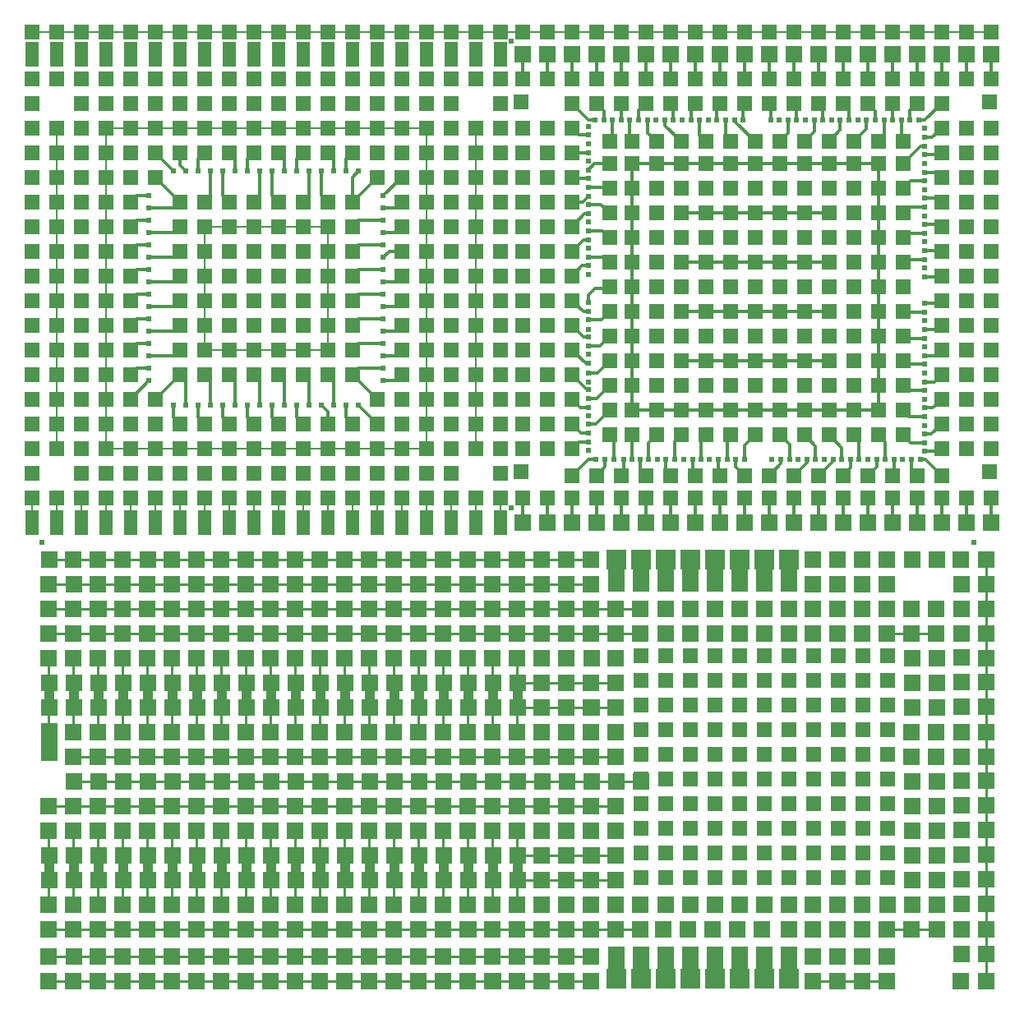
<source format=gbl>
G04 ---------------------------- Layer name :BOTTOM LAYER*
G04 easyEDA 0.1*
G04 Scale: 100 percent, Rotated: No, Reflected: No *
G04 Dimensions in inches *
G04 leading zeros omitted , absolute positions ,2 integer and 4 * 
%FSLAX24Y24*%
%MOIN*%
G90*
G70D02*

%ADD11C,0.039370*%
%ADD12C,0.009842*%
%ADD13C,0.011810*%
%ADD14C,0.006000*%
%ADD15C,0.012000*%
%ADD16C,0.005910*%
%ADD17R,0.070079X0.070079*%
%ADD18R,0.070079X0.157480*%
%ADD19R,0.060000X0.060000*%
%ADD20R,0.070000X0.070000*%
%ADD21R,0.080000X0.080000*%
%ADD22C,0.060000*%
%ADD24R,0.055700X0.100300*%
%ADD25R,0.070079X0.098425*%
%ADD26C,0.024000*%
%ADD28C,0.024400*%

%LPD*%
G54D11*
G01X1000Y43800D02*
G01X1000Y44800D01*
G01X2000Y44800D02*
G01X2000Y43800D01*
G01X3000Y43800D02*
G01X3000Y44800D01*
G01X4000Y44800D02*
G01X4000Y43800D01*
G01X5000Y43800D02*
G01X5000Y44800D01*
G01X6000Y44800D02*
G01X6000Y43800D01*
G01X7000Y43800D02*
G01X7000Y44800D01*
G01X8000Y44800D02*
G01X8000Y43800D01*
G01X9000Y43800D02*
G01X9000Y44800D01*
G01X10000Y44800D02*
G01X10000Y43800D01*
G01X11000Y43800D02*
G01X11000Y44800D01*
G01X12000Y44800D02*
G01X12000Y43800D01*
G01X13000Y43800D02*
G01X13000Y44800D01*
G01X14000Y44800D02*
G01X14000Y43800D01*
G01X15000Y43800D02*
G01X15000Y44800D01*
G01X16000Y44800D02*
G01X16000Y43800D01*
G01X17000Y43800D02*
G01X17000Y44800D01*
G01X18000Y44800D02*
G01X18000Y43800D01*
G01X19000Y43800D02*
G01X19000Y44800D01*
G01X1000Y51800D02*
G01X1000Y50800D01*
G01X2000Y50800D02*
G01X2000Y51800D01*
G01X3000Y51800D02*
G01X3000Y50800D01*
G01X4000Y50800D02*
G01X4000Y51800D01*
G01X6000Y51800D02*
G01X6000Y50800D01*
G01X7000Y50800D02*
G01X7000Y51800D01*
G01X20000Y50800D02*
G01X20000Y51800D01*
G01X5000Y51800D02*
G01X5000Y50800D01*
G01X8000Y51800D02*
G01X8000Y50800D01*
G01X9000Y50800D02*
G01X9000Y51800D01*
G01X10000Y51800D02*
G01X10000Y50800D01*
G01X11000Y50800D02*
G01X11000Y51800D01*
G01X12000Y51800D02*
G01X12000Y50800D01*
G01X13000Y50800D02*
G01X13000Y51800D01*
G01X14000Y51800D02*
G01X14000Y50800D01*
G01X15000Y50800D02*
G01X15000Y51800D01*
G01X16000Y51800D02*
G01X16000Y50800D01*
G01X17000Y50800D02*
G01X17000Y51800D01*
G01X18000Y51800D02*
G01X18000Y50800D01*
G01X19000Y50800D02*
G01X19000Y51800D01*
G01X20000Y43800D02*
G01X20000Y44800D01*
G54D12*
G01X900Y56800D02*
G01X22960Y56800D01*
G01X22975Y56784D01*
G01X900Y39700D02*
G01X22960Y39700D01*
G01X22975Y39684D01*
G01X35000Y39700D02*
G01X31989Y39700D01*
G01X31975Y39684D01*
G01X4975Y49784D02*
G01X4975Y52784D01*
G01X5975Y52784D02*
G01X5975Y49784D01*
G01X6975Y49784D02*
G01X6975Y52784D01*
G01X7975Y52784D02*
G01X7975Y49784D01*
G01X8975Y49784D02*
G01X8975Y52784D01*
G01X9975Y52784D02*
G01X9975Y49784D01*
G01X10975Y49784D02*
G01X10975Y52784D01*
G01X11975Y52784D02*
G01X11975Y49784D01*
G01X12975Y49784D02*
G01X12975Y52784D01*
G01X13975Y52784D02*
G01X13975Y49784D01*
G01X14975Y49784D02*
G01X14975Y52784D01*
G01X15975Y52784D02*
G01X15975Y49784D01*
G01X16975Y49784D02*
G01X16975Y52784D01*
G01X17975Y52784D02*
G01X17975Y49784D01*
G01X18975Y49784D02*
G01X18975Y52784D01*
G01X19975Y52784D02*
G01X19975Y49784D01*
G01X19975Y45784D02*
G01X19975Y42784D01*
G01X18975Y45784D02*
G01X18975Y42784D01*
G01X17975Y42784D02*
G01X17975Y45784D01*
G01X16975Y45784D02*
G01X16975Y42784D01*
G01X15975Y42784D02*
G01X15975Y45784D01*
G01X14975Y45784D02*
G01X14975Y42784D01*
G01X13975Y42784D02*
G01X13975Y45784D01*
G01X12975Y45784D02*
G01X12975Y42784D01*
G01X11975Y42784D02*
G01X11975Y45784D01*
G01X10975Y45784D02*
G01X10975Y42784D01*
G01X9975Y42784D02*
G01X9975Y45784D01*
G01X8975Y45784D02*
G01X8975Y42784D01*
G01X7975Y42784D02*
G01X7975Y45784D01*
G01X6975Y45784D02*
G01X6975Y42784D01*
G01X5975Y42784D02*
G01X5975Y45784D01*
G01X4975Y45784D02*
G01X4975Y42784D01*
G01X3975Y42784D02*
G01X3975Y45784D01*
G01X2975Y45784D02*
G01X2975Y42784D01*
G01X1975Y42784D02*
G01X1975Y45784D01*
G01X975Y45784D02*
G01X975Y42784D01*
G01X2000Y47800D02*
G01X25000Y47800D01*
G01X20000Y43800D02*
G01X23975Y43784D01*
G01X20000Y51800D02*
G01X23975Y51784D01*
G01X3975Y49784D02*
G01X3975Y52784D01*
G01X2975Y52784D02*
G01X2975Y49784D01*
G01X1975Y49784D02*
G01X1975Y52784D01*
G01X975Y52784D02*
G01X975Y49784D01*
G01X39000Y56800D02*
G01X39000Y39700D01*
G01X975Y46784D02*
G01X23975Y46784D01*
G01X1975Y48784D02*
G01X23975Y48784D01*
G01X20000Y50800D02*
G01X23975Y50784D01*
G01X20000Y44800D02*
G01X23975Y44784D01*
G01X975Y41784D02*
G01X24975Y41784D01*
G01X975Y40684D02*
G01X22975Y40684D01*
G01X975Y53784D02*
G01X24975Y53784D01*
G01X975Y54784D02*
G01X24975Y54784D01*
G01X975Y55784D02*
G01X22975Y55784D01*
G01X34975Y53784D02*
G01X36975Y53784D01*
G01X37000Y41800D02*
G01X34989Y41800D01*
G01X34975Y41784D01*
G54D13*
G01X6050Y72550D02*
G01X5300Y73300D01*
G01X6300Y73300D02*
G01X6300Y72800D01*
G01X6550Y72550D01*
G01X7050Y72550D02*
G01X7050Y73050D01*
G01X7300Y73300D01*
G01X7550Y72550D02*
G01X7550Y71550D01*
G01X7300Y71300D01*
G01X8050Y72550D02*
G01X8050Y71550D01*
G01X8300Y71300D01*
G01X8550Y72550D02*
G01X8550Y73050D01*
G01X8300Y73300D01*
G01X9050Y72550D02*
G01X9050Y73050D01*
G01X9300Y73300D01*
G01X9550Y72550D02*
G01X9550Y71550D01*
G01X9300Y71300D01*
G01X10050Y72550D02*
G01X10050Y71550D01*
G01X10300Y71300D01*
G01X10550Y72550D02*
G01X10550Y73050D01*
G01X10300Y73300D01*
G01X11050Y72550D02*
G01X11050Y73050D01*
G01X11300Y73300D01*
G01X11550Y72550D02*
G01X11550Y71550D01*
G01X11300Y71300D01*
G01X12050Y72550D02*
G01X12050Y71550D01*
G01X12300Y71300D01*
G01X12550Y72550D02*
G01X12550Y73050D01*
G01X12300Y73300D01*
G01X13050Y72550D02*
G01X13050Y73050D01*
G01X13300Y73300D01*
G01X14550Y71550D02*
G01X15300Y72300D01*
G01X14550Y71050D02*
G01X15050Y71050D01*
G01X15300Y71300D01*
G01X14550Y70550D02*
G01X13550Y70550D01*
G01X13300Y70300D01*
G01X14550Y70050D02*
G01X15050Y70050D01*
G01X15300Y70300D01*
G01X14550Y69550D02*
G01X13550Y69550D01*
G01X13300Y69300D01*
G01X15300Y69300D02*
G01X14800Y69300D01*
G01X14550Y69050D01*
G01X14550Y68550D02*
G01X13550Y68550D01*
G01X13300Y68300D01*
G01X14550Y68050D02*
G01X15050Y68050D01*
G01X15300Y68300D01*
G01X14550Y67550D02*
G01X13550Y67550D01*
G01X13300Y67300D01*
G01X14550Y67050D02*
G01X15050Y67050D01*
G01X15300Y67300D01*
G01X14550Y66550D02*
G01X13550Y66550D01*
G01X13300Y66300D01*
G01X14550Y66050D02*
G01X15050Y66050D01*
G01X15300Y66300D01*
G01X14550Y65550D02*
G01X13550Y65550D01*
G01X13300Y65300D01*
G01X14550Y65050D02*
G01X15050Y65050D01*
G01X15300Y65300D01*
G01X14550Y64550D02*
G01X13550Y64550D01*
G01X13300Y64300D01*
G01X14550Y64050D02*
G01X15050Y64050D01*
G01X15300Y64300D01*
G01X13550Y63050D02*
G01X14300Y62300D01*
G01X13050Y63050D02*
G01X13050Y62550D01*
G01X13300Y62300D01*
G01X12550Y63050D02*
G01X12550Y64050D01*
G01X12300Y64300D01*
G01X12300Y62300D02*
G01X12300Y62800D01*
G01X12050Y63050D01*
G01X11550Y63050D02*
G01X11550Y64050D01*
G01X11300Y64300D01*
G01X11050Y63050D02*
G01X11050Y62550D01*
G01X11300Y62300D01*
G01X10550Y63050D02*
G01X10550Y64050D01*
G01X10300Y64300D01*
G01X10050Y63050D02*
G01X10050Y62550D01*
G01X10300Y62300D01*
G01X9550Y63050D02*
G01X9550Y64050D01*
G01X9300Y64300D01*
G01X9050Y63050D02*
G01X9050Y62550D01*
G01X9300Y62300D01*
G01X8550Y63050D02*
G01X8550Y64050D01*
G01X8300Y64300D01*
G01X8050Y63050D02*
G01X8050Y62550D01*
G01X8300Y62300D01*
G01X7550Y63050D02*
G01X7550Y64050D01*
G01X7300Y64300D01*
G01X7050Y63050D02*
G01X7050Y62550D01*
G01X7300Y62300D01*
G01X6550Y63050D02*
G01X6550Y64050D01*
G01X6300Y64300D01*
G01X6050Y63050D02*
G01X6050Y62550D01*
G01X6300Y62300D01*
G01X13300Y64300D02*
G01X14300Y63300D01*
G01X13300Y71300D02*
G01X14300Y72300D01*
G01X6300Y64300D02*
G01X5300Y63300D01*
G01X5050Y64050D02*
G01X4300Y63300D01*
G01X5050Y64550D02*
G01X4550Y64550D01*
G01X4300Y64300D01*
G01X5050Y65050D02*
G01X6050Y65050D01*
G01X6300Y65300D01*
G01X5050Y65550D02*
G01X4550Y65550D01*
G01X4300Y65300D01*
G01X5050Y66050D02*
G01X6050Y66050D01*
G01X6300Y66300D01*
G01X5050Y66550D02*
G01X4550Y66550D01*
G01X4300Y66300D01*
G01X5050Y67050D02*
G01X6050Y67050D01*
G01X6300Y67300D01*
G01X5050Y67550D02*
G01X4550Y67550D01*
G01X4300Y67300D01*
G01X5050Y68050D02*
G01X6050Y68050D01*
G01X6300Y68300D01*
G01X5050Y68550D02*
G01X4550Y68550D01*
G01X4300Y68300D01*
G01X5050Y69050D02*
G01X6050Y69050D01*
G01X6300Y69300D01*
G01X5050Y69550D02*
G01X4550Y69550D01*
G01X4300Y69300D01*
G01X5050Y70050D02*
G01X6050Y70050D01*
G01X6300Y70300D01*
G01X5050Y70550D02*
G01X4550Y70550D01*
G01X4300Y70300D01*
G01X5050Y71050D02*
G01X6050Y71050D01*
G01X6300Y71300D01*
G01X5050Y71550D02*
G01X4550Y71550D01*
G01X4300Y71300D01*
G01X6300Y71300D02*
G01X5300Y72300D01*
G54D14*
G01X3300Y61300D02*
G01X3300Y74300D01*
G01X3300Y74300D02*
G01X16300Y74300D01*
G01X16300Y74300D02*
G01X16300Y61300D01*
G01X3300Y61300D02*
G01X16300Y61300D01*
G01X1300Y61300D02*
G01X1300Y74300D01*
G01X18300Y61300D02*
G01X18300Y74300D01*
G54D15*
G01X23146Y74623D02*
G01X22877Y74623D01*
G01X22200Y75300D01*
G01X23498Y74623D02*
G01X23498Y75001D01*
G01X23200Y75300D01*
G01X24206Y74623D02*
G01X24206Y75294D01*
G01X24200Y75300D01*
G01X24913Y74623D02*
G01X24913Y75013D01*
G01X25200Y75300D01*
G01X23852Y74623D02*
G01X23852Y73863D01*
G01X23730Y73740D01*
G01X24560Y74623D02*
G01X24560Y73809D01*
G01X24630Y73740D01*
G01X25267Y74623D02*
G01X25267Y74103D01*
G01X25630Y73740D01*
G01X25973Y74623D02*
G01X25973Y74396D01*
G01X26630Y73740D01*
G01X26327Y74623D02*
G01X26327Y75171D01*
G01X26200Y75300D01*
G01X27035Y74623D02*
G01X27035Y75134D01*
G01X27200Y75300D01*
G01X27388Y74623D02*
G01X27388Y73982D01*
G01X27630Y73740D01*
G01X28094Y74623D02*
G01X28094Y75194D01*
G01X28200Y75300D01*
G01X28448Y74623D02*
G01X28448Y73921D01*
G01X28630Y73740D01*
G01X29156Y74623D02*
G01X29156Y75256D01*
G01X29200Y75300D01*
G01X36277Y74623D02*
G01X36522Y74623D01*
G01X37200Y75300D01*
G01X35922Y74623D02*
G01X35922Y75023D01*
G01X36200Y75300D01*
G01X35568Y74623D02*
G01X35568Y73801D01*
G01X35630Y73740D01*
G01X35215Y74623D02*
G01X35215Y75284D01*
G01X35200Y75300D01*
G01X34861Y74623D02*
G01X34861Y73971D01*
G01X34630Y73740D01*
G01X34509Y74623D02*
G01X34509Y74990D01*
G01X34200Y75300D01*
G01X34155Y74623D02*
G01X34155Y74265D01*
G01X33630Y73740D01*
G01X33447Y74623D02*
G01X33447Y75052D01*
G01X33200Y75300D01*
G01X33094Y74623D02*
G01X33094Y74205D01*
G01X32630Y73740D01*
G01X32386Y74623D02*
G01X32386Y75113D01*
G01X32200Y75300D01*
G01X32034Y74623D02*
G01X32034Y74144D01*
G01X31630Y73740D01*
G01X31327Y74623D02*
G01X31327Y75173D01*
G01X31200Y75300D01*
G01X30972Y74623D02*
G01X30972Y74083D01*
G01X30630Y73740D01*
G01X30265Y74623D02*
G01X30265Y75234D01*
G01X30200Y75300D01*
G01X36526Y73563D02*
G01X36352Y73563D01*
G01X35630Y72840D01*
G01X36526Y73209D02*
G01X37109Y73209D01*
G01X37200Y73300D01*
G01X36526Y73915D02*
G01X36815Y73915D01*
G01X37200Y74300D01*
G01X36526Y72502D02*
G01X36997Y72502D01*
G01X37200Y72300D01*
G01X36526Y72148D02*
G01X35939Y72148D01*
G01X35630Y71840D01*
G01X36527Y71440D02*
G01X37059Y71440D01*
G01X37200Y71300D01*
G01X36526Y71088D02*
G01X35877Y71088D01*
G01X35630Y70840D01*
G01X36526Y70381D02*
G01X37118Y70381D01*
G01X37200Y70300D01*
G01X36526Y70027D02*
G01X35817Y70027D01*
G01X35630Y69840D01*
G01X36526Y69319D02*
G01X37180Y69319D01*
G01X37200Y69300D01*
G01X36526Y68967D02*
G01X35756Y68967D01*
G01X35630Y68840D01*
G01X36527Y68259D02*
G01X37160Y68259D01*
G01X37200Y68300D01*
G01X36526Y67184D02*
G01X37085Y67184D01*
G01X37200Y67300D01*
G01X36527Y66831D02*
G01X35639Y66831D01*
G01X35630Y66840D01*
G01X36526Y66123D02*
G01X37023Y66123D01*
G01X37200Y66300D01*
G01X36526Y65769D02*
G01X35700Y65769D01*
G01X35630Y65840D01*
G01X36526Y65063D02*
G01X36963Y65063D01*
G01X37200Y65300D01*
G01X36526Y64709D02*
G01X35760Y64709D01*
G01X35630Y64840D01*
G01X36526Y64003D02*
G01X36902Y64003D01*
G01X37200Y64300D01*
G01X36519Y63650D02*
G01X35819Y63650D01*
G01X35630Y63840D01*
G01X36526Y62942D02*
G01X36842Y62942D01*
G01X37200Y63300D01*
G01X36526Y62588D02*
G01X35881Y62588D01*
G01X35630Y62840D01*
G01X36526Y61880D02*
G01X36781Y61880D01*
G01X37200Y62300D01*
G01X36526Y61528D02*
G01X35942Y61528D01*
G01X35630Y61840D01*
G01X36526Y61173D02*
G01X37073Y61173D01*
G01X37200Y61300D01*
G01X36332Y60863D02*
G01X36536Y60863D01*
G01X37200Y60200D01*
G01X35980Y60863D02*
G01X35980Y60419D01*
G01X36200Y60200D01*
G01X35272Y60863D02*
G01X35272Y60271D01*
G01X35200Y60200D01*
G01X30676Y60863D02*
G01X30676Y60676D01*
G01X30200Y60200D01*
G01X31030Y60863D02*
G01X31030Y61440D01*
G01X30630Y61840D01*
G01X31736Y60863D02*
G01X31736Y60736D01*
G01X31200Y60200D01*
G01X32089Y60863D02*
G01X32089Y61380D01*
G01X31630Y61840D01*
G01X32797Y60863D02*
G01X32797Y60798D01*
G01X32200Y60200D01*
G01X33151Y60863D02*
G01X33151Y61319D01*
G01X32630Y61840D01*
G01X33505Y60861D02*
G01X33505Y60505D01*
G01X33200Y60200D01*
G01X33857Y60863D02*
G01X33857Y61611D01*
G01X33630Y61840D01*
G01X34564Y60863D02*
G01X34564Y60565D01*
G01X34200Y60200D01*
G01X34918Y60863D02*
G01X34918Y61551D01*
G01X34630Y61840D01*
G01X23181Y60863D02*
G01X22863Y60863D01*
G01X22200Y60200D01*
G01X23556Y60863D02*
G01X23556Y60555D01*
G01X23200Y60200D01*
G01X23902Y60863D02*
G01X23902Y61667D01*
G01X23730Y61840D01*
G01X24305Y60863D02*
G01X24305Y60305D01*
G01X24200Y60200D01*
G01X24631Y60863D02*
G01X24631Y61838D01*
G01X24630Y61840D01*
G01X24984Y60863D02*
G01X24984Y60415D01*
G01X25200Y60200D01*
G01X25309Y60863D02*
G01X25309Y61519D01*
G01X25630Y61840D01*
G01X26015Y60863D02*
G01X26015Y60384D01*
G01X26200Y60200D01*
G01X26384Y60863D02*
G01X26384Y61594D01*
G01X26630Y61840D01*
G01X27111Y60863D02*
G01X27111Y60288D01*
G01X27200Y60200D01*
G01X27444Y60863D02*
G01X27444Y61655D01*
G01X27630Y61840D01*
G01X28138Y60863D02*
G01X28138Y60261D01*
G01X28200Y60200D01*
G01X28505Y60863D02*
G01X28505Y61715D01*
G01X28630Y61840D01*
G01X28852Y60863D02*
G01X28852Y60548D01*
G01X29200Y60200D01*
G01X29227Y60863D02*
G01X29227Y61436D01*
G01X29630Y61840D01*
G01X22876Y74008D02*
G01X22492Y74008D01*
G01X22200Y74300D01*
G01X22876Y73301D02*
G01X22201Y73301D01*
G01X22200Y73300D01*
G01X23730Y72840D02*
G01X23122Y72840D01*
G01X22876Y72594D01*
G01X22876Y71886D02*
G01X23682Y71886D01*
G01X23730Y71840D01*
G01X22877Y72240D02*
G01X22259Y72240D01*
G01X22200Y72300D01*
G01X22200Y71300D02*
G01X22643Y71300D01*
G01X22877Y71533D01*
G01X22876Y71180D02*
G01X23389Y71180D01*
G01X23730Y70840D01*
G01X22877Y70826D02*
G01X22726Y70826D01*
G01X22200Y70300D01*
G01X22876Y70119D02*
G01X23451Y70119D01*
G01X23730Y69840D01*
G01X22876Y69765D02*
G01X22665Y69765D01*
G01X22200Y69300D01*
G01X22877Y69059D02*
G01X23510Y69059D01*
G01X23730Y68840D01*
G01X22876Y68705D02*
G01X22605Y68705D01*
G01X22200Y68300D01*
G01X22876Y61563D02*
G01X22463Y61563D01*
G01X22200Y61300D01*
G01X22876Y61917D02*
G01X22582Y61917D01*
G01X22200Y62300D01*
G01X22877Y62277D02*
G01X23167Y62277D01*
G01X23730Y62840D01*
G01X22876Y62963D02*
G01X22536Y62963D01*
G01X22200Y63300D01*
G01X22876Y63330D02*
G01X23221Y63330D01*
G01X23730Y63840D01*
G01X22877Y63677D02*
G01X22822Y63677D01*
G01X22200Y64300D01*
G01X22877Y64363D02*
G01X23252Y64363D01*
G01X23730Y64840D01*
G01X22876Y64738D02*
G01X22761Y64738D01*
G01X22200Y65300D01*
G01X22876Y65444D02*
G01X23335Y65444D01*
G01X23730Y65840D01*
G01X22876Y65806D02*
G01X22693Y65806D01*
G01X22200Y66300D01*
G01X22876Y66527D02*
G01X23417Y66527D01*
G01X23730Y66840D01*
G01X22876Y66838D02*
G01X22661Y66838D01*
G01X22200Y67300D01*
G01X22876Y67206D02*
G01X22876Y67526D01*
G01X22900Y67550D01*
G01X23150Y67800D01*
G01X23689Y67800D01*
G01X23730Y67840D01*
G01X28802Y74623D02*
G01X28802Y74567D01*
G01X29630Y73740D01*
G01X26630Y70840D02*
G01X32630Y70840D01*
G01X26630Y68840D02*
G01X32630Y68840D01*
G01X26630Y66840D02*
G01X32630Y66840D01*
G01X26630Y64840D02*
G01X32630Y64840D01*
G01X39200Y58300D02*
G01X39200Y59300D01*
G01X38200Y58300D02*
G01X38200Y59300D01*
G01X37200Y59300D02*
G01X37200Y58300D01*
G01X36200Y58300D02*
G01X36200Y59300D01*
G01X35200Y59300D02*
G01X35200Y58300D01*
G01X34200Y58300D02*
G01X34200Y59300D01*
G01X33200Y59300D02*
G01X33200Y58300D01*
G01X32200Y58300D02*
G01X32200Y59300D01*
G01X31200Y59300D02*
G01X31200Y58300D01*
G01X30200Y58300D02*
G01X30200Y59300D01*
G01X29200Y59300D02*
G01X29200Y58300D01*
G01X28200Y58300D02*
G01X28200Y59300D01*
G01X27200Y59300D02*
G01X27200Y58300D01*
G01X26200Y58300D02*
G01X26200Y59300D01*
G01X25200Y59300D02*
G01X25200Y58300D01*
G01X24200Y58300D02*
G01X24200Y59300D01*
G01X23200Y59300D02*
G01X23200Y58300D01*
G01X22200Y58300D02*
G01X22200Y59300D01*
G01X21200Y59300D02*
G01X21200Y58300D01*
G01X20200Y58300D02*
G01X20200Y59300D01*
G01X39200Y76300D02*
G01X39200Y77300D01*
G01X38200Y77300D02*
G01X38200Y76300D01*
G01X37200Y76300D02*
G01X37200Y77300D01*
G01X36200Y77300D02*
G01X36200Y76300D01*
G01X35200Y76300D02*
G01X35200Y77300D01*
G01X34200Y77300D02*
G01X34200Y76300D01*
G01X33200Y76300D02*
G01X33200Y77300D01*
G01X32200Y77300D02*
G01X32200Y76300D01*
G01X31200Y76300D02*
G01X31200Y77300D01*
G01X30200Y77300D02*
G01X30200Y76300D01*
G01X29200Y76300D02*
G01X29200Y77300D01*
G01X28200Y77300D02*
G01X28200Y76300D01*
G01X27200Y76300D02*
G01X27200Y77300D01*
G01X26200Y77300D02*
G01X26200Y76300D01*
G01X25200Y76300D02*
G01X25200Y77300D01*
G01X24200Y77300D02*
G01X24200Y76300D01*
G01X23200Y76300D02*
G01X23200Y77300D01*
G01X22200Y77300D02*
G01X22200Y76300D01*
G01X21200Y76300D02*
G01X21200Y77300D01*
G01X20200Y77300D02*
G01X20200Y76300D01*
G54D16*
G01X300Y78200D02*
G01X19300Y78200D01*
G01X20200Y78200D02*
G01X39200Y78200D01*
G01X19300Y78200D02*
G01X20200Y78200D01*
G01X19300Y58300D02*
G01X19300Y59300D01*
G01X18300Y59300D02*
G01X18300Y58300D01*
G01X17300Y58300D02*
G01X17300Y59300D01*
G01X16300Y59300D02*
G01X16300Y58300D01*
G01X15300Y58300D02*
G01X15300Y59300D01*
G01X14300Y59300D02*
G01X14300Y58300D01*
G01X13300Y58300D02*
G01X13300Y59300D01*
G01X12300Y59300D02*
G01X12300Y58300D01*
G01X11300Y58300D02*
G01X11300Y59300D01*
G01X10300Y59300D02*
G01X10300Y58300D01*
G01X9300Y58300D02*
G01X9300Y59300D01*
G01X8300Y59300D02*
G01X8300Y58300D01*
G01X7300Y58300D02*
G01X7300Y59300D01*
G01X6300Y59300D02*
G01X6300Y58300D01*
G01X5300Y58300D02*
G01X5300Y59300D01*
G01X4300Y59300D02*
G01X4300Y58300D01*
G01X3300Y58300D02*
G01X3300Y59300D01*
G01X2300Y59300D02*
G01X2300Y58300D01*
G01X1300Y58300D02*
G01X1300Y59300D01*
G01X300Y58300D02*
G01X300Y59300D01*
G54D13*
G01X13550Y72550D02*
G01X13300Y72300D01*
G01X13300Y71300D01*
G01X24630Y72840D02*
G01X34630Y72840D01*
G01X24630Y72840D02*
G01X24630Y62840D01*
G01X24630Y62840D02*
G01X34630Y62840D01*
G01X34630Y62840D02*
G01X34630Y72840D01*
G54D16*
G01X7300Y65300D02*
G01X12300Y65300D01*
G01X12300Y65300D02*
G01X12300Y70300D01*
G01X12300Y70300D02*
G01X7300Y70300D01*
G01X7300Y70300D02*
G01X7300Y65300D01*
G01X5050Y71550D02*
G01X5050Y71550D01*
G54D17*
G01X39000Y53800D03*
G01X975Y45784D03*
G01X975Y46784D03*
G54D18*
G01X1000Y49400D03*
G54D17*
G01X1975Y49784D03*
G01X1975Y48784D03*
G01X2975Y49784D03*
G01X2975Y48784D03*
G01X3975Y49784D03*
G01X3975Y48784D03*
G01X4975Y49784D03*
G01X4975Y48784D03*
G01X5975Y49784D03*
G01X5975Y48784D03*
G01X6975Y49784D03*
G01X6975Y48784D03*
G01X7975Y49784D03*
G01X7975Y48784D03*
G01X8975Y49784D03*
G01X8975Y48784D03*
G01X9975Y49784D03*
G01X9975Y48784D03*
G01X10975Y49784D03*
G01X10975Y48784D03*
G01X11975Y49784D03*
G01X11975Y48784D03*
G01X12975Y49784D03*
G01X12975Y48784D03*
G01X13975Y49784D03*
G01X13975Y48784D03*
G01X14975Y49784D03*
G01X14975Y48784D03*
G01X15975Y49784D03*
G01X15975Y48784D03*
G01X16975Y49784D03*
G01X16975Y48784D03*
G01X17975Y49784D03*
G01X17975Y48784D03*
G01X1975Y46784D03*
G01X1975Y45784D03*
G01X2975Y46784D03*
G01X2975Y45784D03*
G01X3975Y46784D03*
G01X3975Y45784D03*
G01X4975Y46784D03*
G01X4975Y45784D03*
G01X5975Y46784D03*
G01X5975Y45784D03*
G01X6975Y46784D03*
G01X6975Y45784D03*
G01X7975Y46784D03*
G01X7975Y45784D03*
G01X8975Y46784D03*
G01X8975Y45784D03*
G01X9975Y46784D03*
G01X9975Y45784D03*
G01X10975Y46784D03*
G01X10975Y45784D03*
G01X11975Y46784D03*
G01X11975Y45784D03*
G01X12975Y46784D03*
G01X12975Y45784D03*
G01X13975Y46784D03*
G01X13975Y45784D03*
G01X14975Y46784D03*
G01X14975Y45784D03*
G01X15975Y46784D03*
G01X15975Y45784D03*
G01X16975Y46784D03*
G01X16975Y45784D03*
G01X17975Y46784D03*
G01X17975Y45784D03*
G01X18975Y46784D03*
G01X18975Y45784D03*
G01X18975Y49784D03*
G01X18975Y48784D03*
G01X19975Y49784D03*
G01X19975Y48784D03*
G01X20975Y50784D03*
G01X20975Y49784D03*
G01X21975Y50784D03*
G01X21975Y49784D03*
G01X22975Y50784D03*
G01X22975Y49784D03*
G01X23975Y50784D03*
G01X23975Y49784D03*
G01X19975Y52784D03*
G01X19975Y46784D03*
G01X19975Y45784D03*
G01X20975Y46784D03*
G01X20975Y45784D03*
G01X21975Y46784D03*
G01X21975Y45784D03*
G01X22975Y46784D03*
G01X22975Y45784D03*
G01X23975Y46784D03*
G01X23975Y45784D03*
G01X975Y41784D03*
G01X975Y42784D03*
G01X1975Y42784D03*
G01X1975Y41784D03*
G01X2975Y42784D03*
G01X2975Y41784D03*
G01X3975Y42784D03*
G01X3975Y41784D03*
G01X4975Y42784D03*
G01X4975Y41784D03*
G01X5975Y42784D03*
G01X5975Y41784D03*
G01X6975Y42784D03*
G01X6975Y41784D03*
G01X7975Y42784D03*
G01X7975Y41784D03*
G01X8975Y42784D03*
G01X8975Y41784D03*
G01X9975Y42784D03*
G01X9975Y41784D03*
G01X10975Y42784D03*
G01X10975Y41784D03*
G01X11975Y42784D03*
G01X11975Y41784D03*
G01X12975Y42784D03*
G01X12975Y41784D03*
G01X13975Y42784D03*
G01X13975Y41784D03*
G01X14975Y42784D03*
G01X14975Y41784D03*
G01X15975Y42784D03*
G01X15975Y41784D03*
G01X16975Y42784D03*
G01X16975Y41784D03*
G01X17975Y42784D03*
G01X17975Y41784D03*
G01X18975Y42784D03*
G01X18975Y41784D03*
G01X19975Y42784D03*
G01X19975Y41784D03*
G01X20975Y42784D03*
G01X20975Y41784D03*
G01X21975Y42784D03*
G01X21975Y41784D03*
G01X22975Y42784D03*
G01X22975Y41784D03*
G01X23975Y42784D03*
G01X23975Y41784D03*
G01X24975Y42784D03*
G01X24975Y41784D03*
G01X975Y40684D03*
G01X1975Y39684D03*
G01X2975Y40684D03*
G01X2975Y39684D03*
G01X3975Y40684D03*
G01X3975Y39684D03*
G01X4975Y40684D03*
G01X4975Y39684D03*
G01X5975Y40684D03*
G01X5975Y39684D03*
G01X6975Y40684D03*
G01X6975Y39684D03*
G01X7975Y40684D03*
G01X7975Y39684D03*
G01X8975Y40684D03*
G01X8975Y39684D03*
G01X9975Y40684D03*
G01X9975Y39684D03*
G01X10975Y40684D03*
G01X10975Y39684D03*
G01X11975Y40684D03*
G01X11975Y39684D03*
G01X12975Y40684D03*
G01X12975Y39684D03*
G01X13975Y40684D03*
G01X13975Y39684D03*
G01X14975Y40684D03*
G01X14975Y39684D03*
G01X15975Y40684D03*
G01X15975Y39684D03*
G01X16975Y40684D03*
G01X16975Y39684D03*
G01X17975Y40684D03*
G01X17975Y39684D03*
G01X18975Y40684D03*
G01X18975Y39684D03*
G01X19975Y40684D03*
G01X19975Y39684D03*
G01X20975Y40684D03*
G01X20975Y39684D03*
G01X21975Y40684D03*
G01X21975Y39684D03*
G01X22975Y40684D03*
G01X22975Y39684D03*
G01X975Y55784D03*
G01X1975Y56784D03*
G01X2975Y56784D03*
G01X2975Y55784D03*
G01X3975Y56784D03*
G01X3975Y55784D03*
G01X5000Y56800D03*
G01X4975Y55784D03*
G01X5975Y56784D03*
G01X5975Y55784D03*
G01X6975Y56784D03*
G01X6975Y55784D03*
G01X7975Y56784D03*
G01X7975Y55784D03*
G01X8975Y56784D03*
G01X8975Y55784D03*
G01X9975Y56784D03*
G01X9975Y55784D03*
G01X10975Y56784D03*
G01X10975Y55784D03*
G01X11975Y56784D03*
G01X11975Y55784D03*
G01X12975Y56784D03*
G01X12975Y55784D03*
G01X13975Y56784D03*
G01X13975Y55784D03*
G01X14975Y56784D03*
G01X14975Y55784D03*
G01X15975Y56784D03*
G01X15975Y55784D03*
G01X16975Y56784D03*
G01X16975Y55784D03*
G01X17975Y56784D03*
G01X17975Y55784D03*
G01X18975Y56784D03*
G01X18975Y55784D03*
G01X19975Y56784D03*
G01X19975Y55784D03*
G01X20975Y56784D03*
G01X20975Y55784D03*
G01X21975Y56784D03*
G01X21975Y55784D03*
G01X22975Y56784D03*
G01X22975Y55784D03*
G01X975Y53784D03*
G01X975Y54784D03*
G01X1975Y54784D03*
G01X1975Y53784D03*
G01X2975Y54784D03*
G01X2975Y53784D03*
G01X3975Y54784D03*
G01X3975Y53784D03*
G01X4975Y54784D03*
G01X4975Y53784D03*
G01X5975Y54784D03*
G01X5975Y53784D03*
G01X6975Y54784D03*
G01X6975Y53784D03*
G01X7975Y54784D03*
G01X7975Y53784D03*
G01X8975Y54784D03*
G01X8975Y53784D03*
G01X9975Y54784D03*
G01X9975Y53784D03*
G01X10975Y54784D03*
G01X10975Y53784D03*
G01X11975Y54784D03*
G01X11975Y53784D03*
G01X12975Y54784D03*
G01X12975Y53784D03*
G01X13975Y54784D03*
G01X13975Y53784D03*
G01X14975Y54784D03*
G01X14975Y53784D03*
G01X15975Y54784D03*
G01X15975Y53784D03*
G01X16975Y54784D03*
G01X16975Y53784D03*
G01X17975Y54784D03*
G01X17975Y53784D03*
G01X18975Y54784D03*
G01X18975Y53784D03*
G01X19975Y54784D03*
G01X19975Y53784D03*
G01X20975Y54784D03*
G01X20975Y53784D03*
G01X21975Y54784D03*
G01X21975Y53784D03*
G01X22975Y54784D03*
G01X22975Y53784D03*
G01X23975Y54784D03*
G01X23975Y53784D03*
G01X24975Y54784D03*
G01X24975Y53784D03*
G01X20975Y52784D03*
G01X20975Y51784D03*
G01X21975Y52784D03*
G01X21975Y51784D03*
G01X23000Y52800D03*
G01X22975Y51784D03*
G01X23975Y52784D03*
G01X23975Y51784D03*
G01X20975Y44784D03*
G01X20975Y43784D03*
G01X21975Y44784D03*
G01X21975Y43784D03*
G01X22975Y44784D03*
G01X22975Y43784D03*
G01X23975Y44784D03*
G01X23975Y43784D03*
G01X25900Y41800D03*
G01X26900Y41800D03*
G01X27900Y41800D03*
G01X28900Y41800D03*
G01X35975Y48784D03*
G01X29900Y41800D03*
G01X31000Y41800D03*
G01X31975Y41784D03*
G01X32975Y41784D03*
G01X36975Y48784D03*
G01X31975Y40684D03*
G01X31975Y39684D03*
G01X32975Y40684D03*
G01X32975Y39684D03*
G01X33975Y41784D03*
G01X34975Y41784D03*
G01X35975Y41784D03*
G01X37000Y41800D03*
G01X33975Y40684D03*
G01X33975Y39684D03*
G01X34975Y40684D03*
G01X34975Y39684D03*
G01X39000Y40800D03*
G01X975Y52784D03*
G01X1975Y52784D03*
G01X2975Y52784D03*
G01X3975Y52784D03*
G01X4975Y52784D03*
G01X5975Y52784D03*
G01X6975Y52784D03*
G01X7975Y52784D03*
G01X8975Y52784D03*
G01X9975Y52784D03*
G01X10975Y52784D03*
G01X11975Y52784D03*
G01X12975Y52784D03*
G01X13975Y52784D03*
G01X14975Y52784D03*
G01X15975Y52784D03*
G01X16975Y52784D03*
G01X17975Y52784D03*
G01X18975Y52784D03*
G01X20975Y48784D03*
G01X21975Y48784D03*
G01X22975Y48784D03*
G01X23975Y48784D03*
G01X34975Y53784D03*
G01X37975Y39684D03*
G01X36000Y43800D03*
G01X36000Y42800D03*
G01X37000Y43800D03*
G01X37000Y42800D03*
G01X26000Y54800D03*
G01X27000Y54800D03*
G01X28000Y54800D03*
G01X29000Y54800D03*
G01X30000Y54800D03*
G01X31975Y55784D03*
G01X32975Y55784D03*
G01X33975Y55784D03*
G01X34975Y55784D03*
G01X31000Y54800D03*
G01X31975Y54784D03*
G01X32975Y54784D03*
G01X33975Y54784D03*
G01X34975Y54784D03*
G01X39000Y55800D03*
G01X36975Y53784D03*
G01X35975Y54784D03*
G01X36975Y54784D03*
G01X39000Y54800D03*
G01X35975Y53784D03*
G01X36000Y52800D03*
G01X37000Y52800D03*
G01X37000Y50800D03*
G01X36000Y51800D03*
G01X37000Y51800D03*
G01X36000Y50800D03*
G01X36000Y47800D03*
G01X37000Y47800D03*
G01X37000Y45800D03*
G01X36000Y46800D03*
G01X37000Y46800D03*
G01X36000Y45800D03*
G01X35975Y49784D03*
G01X36975Y49784D03*
G01X36000Y44800D03*
G01X37000Y44800D03*
G01X35000Y42800D03*
G01X31975Y56784D03*
G01X32975Y56784D03*
G01X33975Y56784D03*
G01X34975Y56784D03*
G01X37975Y56784D03*
G01X2000Y47800D03*
G01X3000Y47800D03*
G01X4000Y47800D03*
G01X5000Y47800D03*
G01X6000Y47800D03*
G01X7000Y47800D03*
G01X8000Y47800D03*
G01X9000Y47800D03*
G01X10000Y47800D03*
G01X11000Y47800D03*
G01X12000Y47800D03*
G01X13000Y47800D03*
G01X14000Y47800D03*
G01X15000Y47800D03*
G01X16000Y47800D03*
G01X17000Y47800D03*
G01X18000Y47800D03*
G01X19000Y47800D03*
G01X20000Y47800D03*
G01X21000Y47800D03*
G01X22000Y47800D03*
G01X23000Y47800D03*
G01X24000Y47800D03*
G01X2000Y55800D03*
G01X2000Y40700D03*
G01X1000Y56800D03*
G01X976Y39700D03*
G01X36000Y56784D03*
G01X37000Y56784D03*
G01X39000Y48800D03*
G01X39000Y41800D03*
G01X39025Y43815D03*
G01X39025Y42815D03*
G01X39025Y50815D03*
G01X39025Y51815D03*
G01X39025Y47815D03*
G01X39025Y45815D03*
G01X39025Y46815D03*
G01X39000Y49800D03*
G01X39025Y44815D03*
G01X39000Y53800D03*
G01X39000Y52800D03*
G01X38000Y48800D03*
G01X38000Y41800D03*
G01X38025Y43815D03*
G01X38025Y42815D03*
G01X38000Y53800D03*
G01X38000Y54800D03*
G01X38025Y52815D03*
G01X38025Y50815D03*
G01X38025Y51815D03*
G01X38025Y47815D03*
G01X38025Y45815D03*
G01X38025Y46815D03*
G01X38000Y49800D03*
G01X38025Y44815D03*
G01X38000Y40800D03*
G01X38000Y55800D03*
G54D19*
G01X35000Y43900D03*
G01X34000Y43900D03*
G01X33000Y43900D03*
G01X32000Y43900D03*
G01X31000Y43900D03*
G01X30000Y43900D03*
G01X29000Y43900D03*
G01X28000Y43900D03*
G01X27000Y43900D03*
G01X26000Y43900D03*
G01X25000Y43900D03*
G01X35000Y44900D03*
G01X34000Y44900D03*
G01X33000Y44900D03*
G01X32000Y44900D03*
G01X31000Y44900D03*
G01X30000Y44900D03*
G01X29000Y44900D03*
G01X28000Y44900D03*
G01X27000Y44900D03*
G01X26000Y44900D03*
G01X25000Y44900D03*
G01X35000Y45900D03*
G01X34000Y45900D03*
G01X33000Y45900D03*
G01X32000Y45900D03*
G01X31000Y45900D03*
G01X30000Y45900D03*
G01X29000Y45900D03*
G01X28000Y45900D03*
G01X27000Y45900D03*
G01X26000Y45900D03*
G01X25000Y45900D03*
G01X35000Y46900D03*
G01X34000Y46900D03*
G01X33000Y46900D03*
G01X32000Y46900D03*
G01X31000Y46900D03*
G01X30000Y46900D03*
G01X29000Y46900D03*
G01X28000Y46900D03*
G01X27000Y46900D03*
G01X26000Y46900D03*
G01X25000Y46900D03*
G01X35000Y47900D03*
G01X34000Y47900D03*
G01X33000Y47900D03*
G01X32000Y47900D03*
G01X31000Y47900D03*
G01X30000Y47900D03*
G01X29000Y47900D03*
G01X28000Y47900D03*
G01X27000Y47900D03*
G01X26000Y47900D03*
G01X25000Y47900D03*
G01X35000Y48900D03*
G01X34000Y48900D03*
G01X33000Y48900D03*
G01X32000Y48900D03*
G01X31000Y48900D03*
G01X30000Y48900D03*
G01X29000Y48900D03*
G01X28000Y48900D03*
G01X27000Y48900D03*
G01X26000Y48900D03*
G01X25000Y48900D03*
G01X35000Y49900D03*
G01X34000Y49900D03*
G01X33000Y49900D03*
G01X32000Y49900D03*
G01X31000Y49900D03*
G01X30000Y49900D03*
G01X29000Y49900D03*
G01X28000Y49900D03*
G01X27000Y49900D03*
G01X26000Y49900D03*
G01X25000Y49900D03*
G01X35000Y50900D03*
G01X34000Y50900D03*
G01X33000Y50900D03*
G01X32000Y50900D03*
G01X31000Y50900D03*
G01X30000Y50900D03*
G01X29000Y50900D03*
G01X28000Y50900D03*
G01X27000Y50900D03*
G01X26000Y50900D03*
G01X25000Y50900D03*
G01X35000Y51900D03*
G01X34000Y51900D03*
G01X33000Y51900D03*
G01X32000Y51900D03*
G01X31000Y51900D03*
G01X30000Y51900D03*
G01X29000Y51900D03*
G01X28000Y51900D03*
G01X27000Y51900D03*
G01X26000Y51900D03*
G01X25000Y51900D03*
G01X35000Y52900D03*
G01X34000Y52900D03*
G01X33000Y52900D03*
G01X32000Y52900D03*
G01X31000Y52900D03*
G01X30000Y52900D03*
G01X29000Y52900D03*
G01X28000Y52900D03*
G01X27000Y52900D03*
G01X26000Y52900D03*
G01X25000Y52900D03*
G01X13300Y59300D03*
G01X13300Y60300D03*
G01X13300Y61300D03*
G01X13300Y62300D03*
G01X14300Y59300D03*
G01X14300Y60300D03*
G01X14300Y61300D03*
G01X14300Y62300D03*
G01X15300Y59300D03*
G01X15300Y60300D03*
G01X15300Y61300D03*
G01X15300Y62300D03*
G01X16300Y59300D03*
G01X16300Y60300D03*
G01X16300Y61300D03*
G01X16300Y62300D03*
G01X17300Y59300D03*
G01X17300Y60300D03*
G01X17300Y61300D03*
G01X17300Y62300D03*
G01X18300Y59300D03*
G01X18300Y61300D03*
G01X18300Y62300D03*
G01X14300Y63300D03*
G01X15300Y63300D03*
G01X16300Y63300D03*
G01X17300Y63300D03*
G01X18300Y63300D03*
G01X13300Y64300D03*
G01X15300Y64300D03*
G01X16300Y64300D03*
G01X17300Y64300D03*
G01X18300Y64300D03*
G01X13300Y65300D03*
G01X13300Y66300D03*
G01X13300Y67300D03*
G01X13300Y68300D03*
G01X15300Y65300D03*
G01X15300Y66300D03*
G01X15300Y67300D03*
G01X15300Y68300D03*
G01X16300Y65300D03*
G01X16300Y66300D03*
G01X16300Y67300D03*
G01X16300Y68300D03*
G01X17300Y65300D03*
G01X17300Y66300D03*
G01X17300Y67300D03*
G01X17300Y68300D03*
G01X18300Y65300D03*
G01X18300Y66300D03*
G01X18300Y67300D03*
G01X18300Y68300D03*
G01X13300Y69300D03*
G01X15300Y69300D03*
G01X16300Y69300D03*
G01X17300Y69300D03*
G01X18300Y69300D03*
G01X13300Y70300D03*
G01X15300Y70300D03*
G01X16300Y70300D03*
G01X17300Y70300D03*
G01X18300Y70300D03*
G01X13300Y71300D03*
G01X13300Y73300D03*
G01X13300Y74300D03*
G01X14300Y72300D03*
G01X14300Y73300D03*
G01X14300Y74300D03*
G01X15300Y71300D03*
G01X15300Y72300D03*
G01X15300Y73300D03*
G01X15300Y74300D03*
G01X16300Y71300D03*
G01X16300Y72300D03*
G01X16300Y73300D03*
G01X16300Y74300D03*
G01X17300Y71300D03*
G01X17300Y72300D03*
G01X17300Y73300D03*
G01X17300Y74300D03*
G01X18300Y71300D03*
G01X18300Y72300D03*
G01X18300Y73300D03*
G01X18300Y74300D03*
G01X13300Y75300D03*
G01X14300Y75300D03*
G01X15300Y75300D03*
G01X16300Y75300D03*
G01X17300Y75300D03*
G01X13300Y76300D03*
G01X14300Y76300D03*
G01X15300Y76300D03*
G01X16300Y76300D03*
G01X17300Y76300D03*
G01X18300Y76300D03*
G01X7300Y59300D03*
G01X7300Y60300D03*
G01X7300Y61300D03*
G01X7300Y62300D03*
G01X8300Y59300D03*
G01X8300Y60300D03*
G01X8300Y61300D03*
G01X8300Y62300D03*
G01X9300Y59300D03*
G01X9300Y60300D03*
G01X9300Y61300D03*
G01X9300Y62300D03*
G01X10300Y59300D03*
G01X10300Y60300D03*
G01X10300Y61300D03*
G01X10300Y62300D03*
G01X11300Y59300D03*
G01X11300Y60300D03*
G01X11300Y61300D03*
G01X11300Y62300D03*
G01X12300Y59300D03*
G01X12300Y60300D03*
G01X12300Y61300D03*
G01X12300Y62300D03*
G01X7300Y64300D03*
G01X8300Y64300D03*
G01X9300Y64300D03*
G01X10300Y64300D03*
G01X11300Y64300D03*
G01X12300Y64300D03*
G01X7300Y65300D03*
G01X7300Y66300D03*
G01X7300Y67300D03*
G01X7300Y68300D03*
G01X8300Y65300D03*
G01X8300Y66300D03*
G01X8300Y67300D03*
G01X8300Y68300D03*
G01X9300Y65300D03*
G01X9300Y66300D03*
G01X9300Y67300D03*
G01X9300Y68300D03*
G01X10300Y65300D03*
G01X10300Y66300D03*
G01X10300Y67300D03*
G01X10300Y68300D03*
G01X11300Y65300D03*
G01X11300Y66300D03*
G01X11300Y67300D03*
G01X11300Y68300D03*
G01X12300Y65300D03*
G01X12300Y66300D03*
G01X12300Y67300D03*
G01X12300Y68300D03*
G01X7300Y69300D03*
G01X8300Y69300D03*
G01X9300Y69300D03*
G01X10300Y69300D03*
G01X11300Y69300D03*
G01X12300Y69300D03*
G01X7300Y70300D03*
G01X8300Y70300D03*
G01X9300Y70300D03*
G01X10300Y70300D03*
G01X11300Y70300D03*
G01X12300Y70300D03*
G01X7300Y71300D03*
G01X7300Y73300D03*
G01X7300Y74300D03*
G01X8300Y71300D03*
G01X8300Y73300D03*
G01X8300Y74300D03*
G01X9300Y71300D03*
G01X9300Y73300D03*
G01X9300Y74300D03*
G01X10300Y71300D03*
G01X10300Y73300D03*
G01X10300Y74300D03*
G01X11300Y71300D03*
G01X11300Y73300D03*
G01X11300Y74300D03*
G01X12300Y71300D03*
G01X12300Y73300D03*
G01X12300Y74300D03*
G01X7300Y75300D03*
G01X8300Y75300D03*
G01X9300Y75300D03*
G01X10300Y75300D03*
G01X11300Y75300D03*
G01X12300Y75300D03*
G01X7300Y76300D03*
G01X8300Y76300D03*
G01X9300Y76300D03*
G01X10300Y76300D03*
G01X11300Y76300D03*
G01X12300Y76300D03*
G01X1300Y59300D03*
G01X1300Y61300D03*
G01X1300Y62300D03*
G01X2300Y59300D03*
G01X2300Y60300D03*
G01X2300Y61300D03*
G01X2300Y62300D03*
G01X3300Y59300D03*
G01X3300Y60300D03*
G01X3300Y61300D03*
G01X3300Y62300D03*
G01X4300Y59300D03*
G01X4300Y60300D03*
G01X4300Y61300D03*
G01X4300Y62300D03*
G01X5300Y59300D03*
G01X5300Y60300D03*
G01X5300Y61300D03*
G01X5300Y62300D03*
G01X6300Y59300D03*
G01X6300Y60300D03*
G01X6300Y61300D03*
G01X6300Y62300D03*
G01X1300Y63300D03*
G01X2300Y63300D03*
G01X3300Y63300D03*
G01X4300Y63300D03*
G01X5300Y63300D03*
G01X1300Y64300D03*
G01X2300Y64300D03*
G01X3300Y64300D03*
G01X4300Y64300D03*
G01X6300Y64300D03*
G01X1300Y65300D03*
G01X1300Y66300D03*
G01X1300Y67300D03*
G01X1300Y68300D03*
G01X2300Y65300D03*
G01X2300Y66300D03*
G01X2300Y67300D03*
G01X2300Y68300D03*
G01X3300Y65300D03*
G01X3300Y66300D03*
G01X3300Y67300D03*
G01X3300Y68300D03*
G01X4300Y65300D03*
G01X4300Y66300D03*
G01X4300Y67300D03*
G01X4300Y68300D03*
G01X6300Y65300D03*
G01X6300Y66300D03*
G01X6300Y67300D03*
G01X6300Y68300D03*
G01X1300Y69300D03*
G01X2300Y69300D03*
G01X3300Y69300D03*
G01X4300Y69300D03*
G01X6300Y69300D03*
G01X1300Y70300D03*
G01X2300Y70300D03*
G01X3300Y70300D03*
G01X4300Y70300D03*
G01X6300Y70300D03*
G01X1300Y71300D03*
G01X1300Y72300D03*
G01X1300Y73300D03*
G01X1300Y74300D03*
G01X2300Y71300D03*
G01X2300Y72300D03*
G01X2300Y73300D03*
G01X2300Y74300D03*
G01X3300Y71300D03*
G01X3300Y72300D03*
G01X3300Y73300D03*
G01X3300Y74300D03*
G01X4300Y71300D03*
G01X4300Y72300D03*
G01X4300Y73300D03*
G01X4300Y74300D03*
G01X5300Y72300D03*
G01X5300Y73300D03*
G01X5300Y74300D03*
G01X6300Y71300D03*
G01X6300Y73300D03*
G01X6300Y74300D03*
G01X2300Y75300D03*
G01X3300Y75300D03*
G01X4300Y75300D03*
G01X5300Y75300D03*
G01X6300Y75300D03*
G01X1300Y76300D03*
G01X2300Y76300D03*
G01X3300Y76300D03*
G01X4300Y76300D03*
G01X5300Y76300D03*
G01X6300Y76300D03*
G01X300Y59300D03*
G01X300Y60300D03*
G01X300Y61300D03*
G01X300Y62300D03*
G01X300Y63300D03*
G01X300Y64300D03*
G01X300Y65300D03*
G01X300Y66300D03*
G01X300Y67300D03*
G01X300Y68300D03*
G01X300Y69300D03*
G01X300Y70300D03*
G01X300Y71300D03*
G01X300Y72300D03*
G01X300Y73300D03*
G01X300Y74300D03*
G01X300Y75300D03*
G01X300Y76300D03*
G01X19300Y59300D03*
G01X19300Y60300D03*
G01X19300Y61300D03*
G01X19300Y62300D03*
G01X19300Y63300D03*
G01X19300Y64300D03*
G01X19300Y65300D03*
G01X19300Y66300D03*
G01X19300Y67300D03*
G01X19300Y68300D03*
G01X19300Y69300D03*
G01X19300Y70300D03*
G01X19300Y71300D03*
G01X19300Y72300D03*
G01X19300Y73300D03*
G01X19300Y74300D03*
G01X19300Y75300D03*
G01X19300Y76300D03*
G01X13300Y78200D03*
G01X14300Y78200D03*
G01X15300Y78200D03*
G01X16300Y78200D03*
G01X17300Y78200D03*
G01X18300Y78200D03*
G01X7300Y78200D03*
G01X8300Y78200D03*
G01X9300Y78200D03*
G01X10300Y78200D03*
G01X11300Y78200D03*
G01X12300Y78200D03*
G01X1300Y78200D03*
G01X2300Y78200D03*
G01X3300Y78200D03*
G01X4300Y78200D03*
G01X5300Y78200D03*
G01X6300Y78200D03*
G01X300Y78200D03*
G01X19300Y78200D03*
G01X25200Y60200D03*
G01X26200Y60200D03*
G01X27200Y60200D03*
G01X28200Y60200D03*
G01X29200Y60200D03*
G01X30200Y60200D03*
G01X31200Y60200D03*
G01X32200Y60200D03*
G01X33200Y60200D03*
G01X34200Y60200D03*
G01X35200Y60200D03*
G01X36200Y60200D03*
G01X20200Y76300D03*
G01X21200Y76300D03*
G01X22200Y76300D03*
G01X23200Y76300D03*
G01X24200Y76300D03*
G01X25200Y76300D03*
G01X26200Y76300D03*
G01X27200Y76300D03*
G01X28200Y76300D03*
G01X29200Y76300D03*
G01X30200Y76300D03*
G01X31200Y76300D03*
G01X32200Y76300D03*
G01X33200Y76300D03*
G01X34200Y76300D03*
G01X35200Y76300D03*
G01X36200Y76300D03*
G01X37200Y76300D03*
G01X38200Y76300D03*
G01X39200Y76300D03*
G01X22200Y75300D03*
G01X23200Y75300D03*
G01X24200Y75300D03*
G01X25200Y75300D03*
G01X26200Y75300D03*
G01X27200Y75300D03*
G01X28200Y75300D03*
G01X29200Y75300D03*
G01X30200Y75300D03*
G01X31200Y75300D03*
G01X32200Y75300D03*
G01X33200Y75300D03*
G01X34200Y75300D03*
G01X35200Y75300D03*
G01X36200Y75300D03*
G01X37200Y75300D03*
G01X20200Y74300D03*
G01X21200Y74300D03*
G01X25630Y73740D03*
G01X39200Y73300D03*
G01X37200Y74300D03*
G01X38200Y74300D03*
G01X20200Y73300D03*
G01X21200Y73300D03*
G01X23730Y72840D03*
G01X24630Y73740D03*
G01X26630Y73740D03*
G01X27630Y73740D03*
G01X28630Y73740D03*
G01X29630Y73740D03*
G01X30630Y73740D03*
G01X31630Y73740D03*
G01X32630Y73740D03*
G01X33630Y73740D03*
G01X34630Y73740D03*
G01X35630Y73740D03*
G01X23730Y73740D03*
G01X39200Y74300D03*
G01X37200Y73300D03*
G01X38200Y73300D03*
G01X20200Y72300D03*
G01X21200Y72300D03*
G01X23730Y71840D03*
G01X37200Y72300D03*
G01X38200Y72300D03*
G01X39200Y72300D03*
G01X20200Y71300D03*
G01X21200Y71300D03*
G01X23730Y70840D03*
G01X24630Y72840D03*
G01X25630Y72840D03*
G01X26630Y72840D03*
G01X27630Y72840D03*
G01X28630Y72840D03*
G01X29630Y72840D03*
G01X30630Y72840D03*
G01X31630Y72840D03*
G01X32630Y72840D03*
G01X33630Y72840D03*
G01X34630Y72840D03*
G01X35630Y72840D03*
G01X37200Y71300D03*
G01X38200Y71300D03*
G01X39200Y71300D03*
G01X20200Y70300D03*
G01X21200Y70300D03*
G01X23730Y69840D03*
G01X24630Y71840D03*
G01X25630Y71840D03*
G01X26630Y71840D03*
G01X27630Y71840D03*
G01X28630Y71840D03*
G01X29630Y71840D03*
G01X30630Y71840D03*
G01X31630Y71840D03*
G01X32630Y71840D03*
G01X33630Y71840D03*
G01X34630Y71840D03*
G01X35630Y71840D03*
G01X37200Y70300D03*
G01X38200Y70300D03*
G01X39200Y70300D03*
G01X20200Y69300D03*
G01X21200Y69300D03*
G01X23730Y68840D03*
G01X24630Y70840D03*
G01X25630Y70840D03*
G01X26630Y70840D03*
G01X27630Y70840D03*
G01X28630Y70840D03*
G01X29630Y70840D03*
G01X30630Y70840D03*
G01X31630Y70840D03*
G01X32630Y70840D03*
G01X33630Y70840D03*
G01X34630Y70840D03*
G01X35630Y70840D03*
G01X37200Y69300D03*
G01X38200Y69300D03*
G01X39200Y69300D03*
G01X20200Y68300D03*
G01X21200Y68300D03*
G01X23730Y67840D03*
G01X24630Y69840D03*
G01X25630Y69840D03*
G01X26630Y69840D03*
G01X27630Y69840D03*
G01X28630Y69840D03*
G01X29630Y69840D03*
G01X30630Y69840D03*
G01X31630Y69840D03*
G01X32630Y69840D03*
G01X33630Y69840D03*
G01X34630Y69840D03*
G01X35630Y69840D03*
G01X37200Y68300D03*
G01X38200Y68300D03*
G01X39200Y68300D03*
G01X20200Y67300D03*
G01X21200Y67300D03*
G01X23730Y66840D03*
G01X24630Y68840D03*
G01X25630Y68840D03*
G01X26630Y68840D03*
G01X27630Y68840D03*
G01X28630Y68840D03*
G01X29630Y68840D03*
G01X30630Y68840D03*
G01X31630Y68840D03*
G01X32630Y68840D03*
G01X33630Y68840D03*
G01X34630Y68840D03*
G01X35630Y68840D03*
G01X37200Y67300D03*
G01X38200Y67300D03*
G01X39200Y67300D03*
G01X20200Y66300D03*
G01X21200Y66300D03*
G01X23730Y65840D03*
G01X24630Y67840D03*
G01X25630Y67840D03*
G01X26630Y67840D03*
G01X27630Y67840D03*
G01X28630Y67840D03*
G01X29630Y67840D03*
G01X30630Y67840D03*
G01X31630Y67840D03*
G01X32630Y67840D03*
G01X33630Y67840D03*
G01X34630Y67840D03*
G01X35630Y67840D03*
G01X37200Y66300D03*
G01X38200Y66300D03*
G01X39200Y66300D03*
G01X20200Y65300D03*
G01X21200Y65300D03*
G01X23730Y64840D03*
G01X24630Y66840D03*
G01X25630Y66840D03*
G01X26630Y66840D03*
G01X27630Y66840D03*
G01X28630Y66840D03*
G01X29630Y66840D03*
G01X30630Y66840D03*
G01X31630Y66840D03*
G01X32630Y66840D03*
G01X33630Y66840D03*
G01X34630Y66840D03*
G01X35630Y66840D03*
G01X37200Y65300D03*
G01X38200Y65300D03*
G01X39200Y65300D03*
G01X20200Y64300D03*
G01X21200Y64300D03*
G01X23730Y63840D03*
G01X24630Y65840D03*
G01X25630Y65840D03*
G01X26630Y65840D03*
G01X27630Y65840D03*
G01X28630Y65840D03*
G01X29630Y65840D03*
G01X30630Y65840D03*
G01X31630Y65840D03*
G01X32630Y65840D03*
G01X33630Y65840D03*
G01X34630Y65840D03*
G01X35630Y65840D03*
G01X37200Y64300D03*
G01X38200Y64300D03*
G01X39200Y64300D03*
G01X20200Y63300D03*
G01X21200Y63300D03*
G01X23730Y62840D03*
G01X24630Y64840D03*
G01X25630Y64840D03*
G01X26630Y64840D03*
G01X27630Y64840D03*
G01X28630Y64840D03*
G01X29630Y64840D03*
G01X30630Y64840D03*
G01X31630Y64840D03*
G01X32630Y64840D03*
G01X33630Y64840D03*
G01X34630Y64840D03*
G01X35630Y64840D03*
G01X37200Y63300D03*
G01X38200Y63300D03*
G01X39200Y63300D03*
G01X20200Y62300D03*
G01X21200Y62300D03*
G01X23730Y61840D03*
G01X24630Y63840D03*
G01X25630Y63840D03*
G01X26630Y63840D03*
G01X27630Y63840D03*
G01X28630Y63840D03*
G01X29630Y63840D03*
G01X30630Y63840D03*
G01X31630Y63840D03*
G01X32630Y63840D03*
G01X33630Y63840D03*
G01X34630Y63840D03*
G01X35630Y63840D03*
G01X37200Y62300D03*
G01X38200Y62300D03*
G01X39200Y62300D03*
G01X20200Y61300D03*
G01X21200Y61300D03*
G01X22200Y60200D03*
G01X24630Y62840D03*
G01X25630Y62840D03*
G01X26630Y62840D03*
G01X27630Y62840D03*
G01X28630Y62840D03*
G01X29630Y62840D03*
G01X30630Y62840D03*
G01X31630Y62840D03*
G01X32630Y62840D03*
G01X33630Y62840D03*
G01X34630Y62840D03*
G01X35630Y62840D03*
G01X37200Y61300D03*
G01X38200Y61300D03*
G01X39200Y61300D03*
G01X23200Y60200D03*
G01X24630Y61840D03*
G01X25630Y61840D03*
G01X26630Y61840D03*
G01X27630Y61840D03*
G01X28630Y61840D03*
G01X29630Y61840D03*
G01X30630Y61840D03*
G01X31630Y61840D03*
G01X32630Y61840D03*
G01X33630Y61840D03*
G01X34630Y61840D03*
G01X35630Y61840D03*
G01X37200Y60200D03*
G01X20200Y59300D03*
G01X21200Y59300D03*
G01X24200Y60200D03*
G01X37200Y59300D03*
G01X38200Y59300D03*
G01X39200Y59300D03*
G01X22200Y59300D03*
G01X23200Y59300D03*
G01X24200Y59300D03*
G01X25200Y59300D03*
G01X26200Y59300D03*
G01X27200Y59300D03*
G01X28200Y59300D03*
G01X29200Y59300D03*
G01X30200Y59300D03*
G01X31200Y59300D03*
G01X32200Y59300D03*
G01X33200Y59300D03*
G01X34200Y59300D03*
G01X35200Y59300D03*
G01X36200Y59300D03*
G01X22200Y74300D03*
G01X22200Y73300D03*
G01X22200Y72300D03*
G01X22200Y71300D03*
G01X22200Y70300D03*
G01X22200Y69300D03*
G01X22200Y68300D03*
G01X22200Y67300D03*
G01X22200Y66300D03*
G01X22200Y65300D03*
G01X22200Y64300D03*
G01X22200Y63300D03*
G01X22200Y62300D03*
G01X22200Y61300D03*
G01X20152Y75350D03*
G01X39152Y75350D03*
G01X39152Y60350D03*
G01X20152Y60350D03*
G01X33200Y78200D03*
G01X34200Y78200D03*
G01X35200Y78200D03*
G01X36200Y78200D03*
G01X37200Y78200D03*
G01X38200Y78200D03*
G01X27200Y78200D03*
G01X28200Y78200D03*
G01X29200Y78200D03*
G01X30200Y78200D03*
G01X31200Y78200D03*
G01X32200Y78200D03*
G01X21200Y78200D03*
G01X22200Y78200D03*
G01X23200Y78200D03*
G01X24200Y78200D03*
G01X25200Y78200D03*
G01X26200Y78200D03*
G01X20200Y78200D03*
G01X39200Y78200D03*
G54D17*
G01X26000Y53800D03*
G01X27000Y53800D03*
G01X28000Y53800D03*
G01X29000Y53800D03*
G01X30000Y53800D03*
G01X31000Y53800D03*
G01X31975Y53784D03*
G01X32975Y53784D03*
G01X33975Y53784D03*
G01X26000Y42800D03*
G01X27000Y42800D03*
G01X28000Y42800D03*
G01X29000Y42800D03*
G01X30000Y42800D03*
G01X31000Y42800D03*
G01X31975Y42784D03*
G01X32975Y42784D03*
G01X33975Y42784D03*
G54D20*
G01X39200Y77300D03*
G01X38200Y77300D03*
G01X37200Y77300D03*
G01X36200Y77300D03*
G01X35200Y77300D03*
G01X34200Y77300D03*
G01X33200Y77300D03*
G01X32200Y77300D03*
G01X31200Y77300D03*
G01X30200Y77300D03*
G01X29200Y77300D03*
G01X28200Y77300D03*
G01X27200Y77300D03*
G01X26200Y77300D03*
G01X25200Y77300D03*
G01X24200Y77300D03*
G01X23200Y77300D03*
G01X22200Y77300D03*
G01X21200Y77300D03*
G01X20200Y77300D03*
G01X39200Y58300D03*
G01X38200Y58300D03*
G01X37200Y58300D03*
G01X36200Y58300D03*
G01X35200Y58300D03*
G01X34200Y58300D03*
G01X33200Y58300D03*
G01X32200Y58300D03*
G01X31200Y58300D03*
G01X30200Y58300D03*
G01X29200Y58300D03*
G01X28200Y58300D03*
G01X27200Y58300D03*
G01X26200Y58300D03*
G01X25200Y58300D03*
G01X24200Y58300D03*
G01X23200Y58300D03*
G01X22200Y58300D03*
G01X21200Y58300D03*
G01X20200Y58300D03*
G01X20000Y51800D03*
G01X20000Y50800D03*
G01X19000Y51800D03*
G01X19000Y50800D03*
G01X18000Y51800D03*
G01X18000Y50800D03*
G01X17000Y51800D03*
G01X17000Y50800D03*
G01X16000Y51800D03*
G01X16000Y50800D03*
G01X15000Y51800D03*
G01X15000Y50800D03*
G01X14000Y51800D03*
G01X14000Y50800D03*
G01X13000Y51800D03*
G01X13000Y50800D03*
G01X12000Y51800D03*
G01X12000Y50800D03*
G01X11000Y51800D03*
G01X11000Y50800D03*
G01X10000Y51800D03*
G01X10000Y50800D03*
G01X9000Y51800D03*
G01X9000Y50800D03*
G01X8000Y51800D03*
G01X8000Y50800D03*
G01X7000Y51800D03*
G01X7000Y50800D03*
G01X6000Y51800D03*
G01X6000Y50800D03*
G01X5000Y51800D03*
G01X5000Y50800D03*
G01X4000Y51800D03*
G01X4000Y50800D03*
G01X3000Y51800D03*
G01X3000Y50800D03*
G01X2000Y51800D03*
G01X2000Y50800D03*
G01X1000Y51800D03*
G01X1000Y50800D03*
G01X20000Y44800D03*
G01X20000Y43800D03*
G01X19000Y44800D03*
G01X19000Y43800D03*
G01X18000Y44800D03*
G01X18000Y43800D03*
G01X17000Y44800D03*
G01X17000Y43800D03*
G01X16000Y44800D03*
G01X16000Y43800D03*
G01X15000Y44800D03*
G01X15000Y43800D03*
G01X14000Y44800D03*
G01X14000Y43800D03*
G01X13000Y44800D03*
G01X13000Y43800D03*
G01X12000Y44800D03*
G01X12000Y43800D03*
G01X11000Y44800D03*
G01X11000Y43800D03*
G01X10000Y44800D03*
G01X10000Y43800D03*
G01X9000Y44800D03*
G01X9000Y43800D03*
G01X8000Y44800D03*
G01X8000Y43800D03*
G01X7000Y44800D03*
G01X7000Y43800D03*
G01X6000Y44800D03*
G01X6000Y43800D03*
G01X5000Y44800D03*
G01X5000Y43800D03*
G01X4000Y44800D03*
G01X4000Y43800D03*
G01X3000Y44800D03*
G01X3000Y43800D03*
G01X2000Y44800D03*
G01X2000Y43800D03*
G01X1000Y44800D03*
G01X1000Y43800D03*
G54D21*
G01X24000Y56800D03*
G01X25000Y56800D03*
G01X26000Y56800D03*
G01X27000Y56800D03*
G01X28000Y56800D03*
G01X29000Y56800D03*
G01X30000Y56800D03*
G01X31000Y56800D03*
G01X24000Y39800D03*
G01X25000Y39800D03*
G01X26000Y39800D03*
G01X27000Y39800D03*
G01X28000Y39800D03*
G01X29000Y39800D03*
G01X30000Y39800D03*
G01X31000Y39800D03*
G54D22*
G01X38007Y40800D03*
G01X38007Y41800D03*
G01X38007Y42800D03*
G01X38007Y43800D03*
G01X38007Y44800D03*
G01X38007Y45800D03*
G01X38007Y46800D03*
G01X38007Y47800D03*
G01X38007Y48800D03*
G01X38007Y49800D03*
G01X38007Y50800D03*
G01X38007Y51800D03*
G01X38007Y52800D03*
G01X38007Y53800D03*
G01X38007Y54800D03*
G01X38007Y55800D03*
G54D24*
G01X19300Y77300D03*
G01X18300Y77300D03*
G01X17300Y77300D03*
G01X16300Y77300D03*
G01X15300Y77300D03*
G01X14300Y77300D03*
G01X13300Y77300D03*
G01X12300Y77300D03*
G01X11300Y77300D03*
G01X10300Y77300D03*
G01X9300Y77300D03*
G01X8300Y77300D03*
G01X7300Y77300D03*
G01X6300Y77300D03*
G01X5300Y77300D03*
G01X4300Y77300D03*
G01X3300Y77300D03*
G01X2300Y77300D03*
G01X1300Y77300D03*
G01X300Y77300D03*
G01X19300Y58300D03*
G01X18300Y58300D03*
G01X17300Y58300D03*
G01X16300Y58300D03*
G01X15300Y58300D03*
G01X14300Y58300D03*
G01X13300Y58300D03*
G01X12300Y58300D03*
G01X11300Y58300D03*
G01X10300Y58300D03*
G01X9300Y58300D03*
G01X8300Y58300D03*
G01X7300Y58300D03*
G01X6300Y58300D03*
G01X5300Y58300D03*
G01X4300Y58300D03*
G01X3300Y58300D03*
G01X2300Y58300D03*
G01X1300Y58300D03*
G01X300Y58300D03*
G54D17*
G01X2000Y47800D03*
G01X25000Y47800D03*
G54D25*
G01X24000Y56000D03*
G01X25000Y56000D03*
G01X26000Y56000D03*
G01X27000Y56000D03*
G01X28000Y56000D03*
G01X29000Y56000D03*
G01X30000Y56000D03*
G01X31000Y56000D03*
G54D17*
G01X39000Y56800D03*
G54D25*
G01X24000Y40600D03*
G01X25000Y40600D03*
G01X26000Y40600D03*
G01X27000Y40600D03*
G01X28000Y40600D03*
G01X29000Y40600D03*
G01X30000Y40600D03*
G01X31000Y40600D03*
G54D17*
G01X39000Y39700D03*
G01X1000Y49800D03*
G01X23000Y44800D03*
G01X19000Y39700D03*
G01X18000Y41800D03*
G01X23000Y50800D03*
G01X1000Y56800D03*
G01X3000Y54800D03*
G54D26*
G01X5050Y64050D03*
G01X5050Y64550D03*
G01X5050Y65050D03*
G01X5050Y65550D03*
G01X5050Y66050D03*
G01X5050Y66550D03*
G01X5050Y67050D03*
G01X5050Y67550D03*
G01X5050Y68050D03*
G01X5050Y68550D03*
G01X5050Y69050D03*
G01X5050Y69550D03*
G01X5050Y70050D03*
G01X5050Y70550D03*
G01X5050Y71050D03*
G01X5050Y71550D03*
G01X6550Y63050D03*
G01X6050Y63050D03*
G01X8550Y63050D03*
G01X8050Y63050D03*
G01X7550Y63050D03*
G01X7050Y63050D03*
G01X10550Y63050D03*
G01X10050Y63050D03*
G01X9550Y63050D03*
G01X9050Y63050D03*
G01X7050Y72550D03*
G01X6050Y72550D03*
G01X6550Y72550D03*
G01X8050Y72550D03*
G01X7550Y72550D03*
G01X11550Y63050D03*
G01X11050Y63050D03*
G01X10050Y72550D03*
G01X9550Y72550D03*
G01X9050Y72550D03*
G01X8550Y72550D03*
G01X12050Y72550D03*
G01X11550Y72550D03*
G01X11050Y72550D03*
G01X10550Y72550D03*
G01X14550Y64050D03*
G01X14550Y66050D03*
G01X14550Y65550D03*
G01X14550Y65050D03*
G01X14550Y64550D03*
G01X14550Y68050D03*
G01X14550Y67550D03*
G01X14550Y67050D03*
G01X14550Y66550D03*
G01X14550Y70050D03*
G01X14550Y69550D03*
G01X14550Y69050D03*
G01X14550Y68550D03*
G01X12550Y63050D03*
G01X12050Y63050D03*
G01X13550Y63050D03*
G01X13050Y63050D03*
G01X13050Y72550D03*
G01X12550Y72550D03*
G01X13550Y72550D03*
G01X14550Y71050D03*
G01X14550Y71550D03*
G01X14550Y70550D03*
G54D28*
G01X29227Y60863D03*
G01X28852Y60863D03*
G01X28505Y60863D03*
G01X27784Y60863D03*
G01X27111Y60863D03*
G01X26384Y60863D03*
G01X25663Y60863D03*
G01X24984Y60863D03*
G01X24305Y60863D03*
G01X23556Y60863D03*
G01X22876Y61223D03*
G01X22876Y61917D03*
G01X22876Y62609D03*
G01X22876Y63330D03*
G01X22876Y64003D03*
G01X22876Y64738D03*
G01X22876Y65444D03*
G01X22876Y66123D03*
G01X22876Y66838D03*
G01X28138Y60863D03*
G01X27444Y60863D03*
G01X26744Y60863D03*
G01X26015Y60863D03*
G01X25309Y60863D03*
G01X24631Y60863D03*
G01X23902Y60863D03*
G01X23181Y60863D03*
G01X22876Y61563D03*
G01X22877Y62277D03*
G01X22876Y62963D03*
G01X22877Y63677D03*
G01X22877Y64363D03*
G01X22876Y65105D03*
G01X22876Y65806D03*
G01X22876Y66527D03*
G01X22876Y67206D03*
G01X22877Y68351D03*
G01X22876Y68705D03*
G01X22877Y69059D03*
G01X22876Y69765D03*
G01X22876Y70473D03*
G01X22876Y71180D03*
G01X22876Y71886D03*
G01X22876Y72594D03*
G01X22876Y73301D03*
G01X22876Y74008D03*
G01X23146Y74623D03*
G01X23852Y74623D03*
G01X24560Y74623D03*
G01X25267Y74623D03*
G01X25973Y74623D03*
G01X26681Y74623D03*
G01X27388Y74623D03*
G01X28094Y74623D03*
G01X28802Y74623D03*
G01X22876Y69411D03*
G01X22876Y70119D03*
G01X22877Y70826D03*
G01X22877Y71533D03*
G01X22877Y72240D03*
G01X22877Y72948D03*
G01X22876Y73655D03*
G01X22876Y74363D03*
G01X23498Y74623D03*
G01X24206Y74623D03*
G01X24913Y74623D03*
G01X25619Y74623D03*
G01X26327Y74623D03*
G01X27035Y74623D03*
G01X27742Y74623D03*
G01X28448Y74623D03*
G01X29156Y74623D03*
G01X30322Y60863D03*
G01X30676Y60863D03*
G01X31030Y60863D03*
G01X31736Y60863D03*
G01X32443Y60863D03*
G01X33151Y60863D03*
G01X33857Y60863D03*
G01X34564Y60863D03*
G01X35272Y60863D03*
G01X35980Y60863D03*
G01X36526Y61173D03*
G01X36526Y61880D03*
G01X36526Y62588D03*
G01X36526Y63296D03*
G01X36526Y64003D03*
G01X36526Y64709D03*
G01X36526Y65417D03*
G01X36526Y66123D03*
G01X36527Y66831D03*
G01X31382Y60863D03*
G01X32089Y60863D03*
G01X32797Y60863D03*
G01X33505Y60861D03*
G01X34211Y60861D03*
G01X34918Y60863D03*
G01X35626Y60863D03*
G01X36332Y60863D03*
G01X36526Y61528D03*
G01X36526Y62234D03*
G01X36526Y62942D03*
G01X36526Y64355D03*
G01X36526Y65063D03*
G01X36526Y65769D03*
G01X36526Y66478D03*
G01X36526Y67184D03*
G01X36527Y68259D03*
G01X36526Y68613D03*
G01X36526Y68967D03*
G01X36526Y69673D03*
G01X36526Y70381D03*
G01X36526Y71088D03*
G01X36526Y71794D03*
G01X36526Y72502D03*
G01X36526Y73209D03*
G01X36526Y73915D03*
G01X36277Y74623D03*
G01X35568Y74623D03*
G01X34861Y74623D03*
G01X34155Y74623D03*
G01X33447Y74623D03*
G01X32740Y74623D03*
G01X32034Y74623D03*
G01X31327Y74623D03*
G01X30619Y74623D03*
G01X36526Y69319D03*
G01X36526Y70027D03*
G01X36526Y70734D03*
G01X36527Y71440D03*
G01X36526Y72148D03*
G01X36526Y72856D03*
G01X36526Y73563D03*
G01X36526Y74304D03*
G01X35922Y74623D03*
G01X35215Y74623D03*
G01X34509Y74623D03*
G01X33802Y74623D03*
G01X33094Y74623D03*
G01X32386Y74623D03*
G01X31680Y74623D03*
G01X30972Y74623D03*
G01X30265Y74623D03*
G01X36519Y63650D03*
G54D26*
G01X38500Y57500D03*
G01X700Y57500D03*
G01X28900Y51900D03*
G01X29900Y51900D03*
G01X30900Y51900D03*
G01X26000Y51900D03*
G01X26000Y44900D03*
G01X28900Y44900D03*
G01X29900Y44900D03*
G01X30900Y44900D03*
G01X34000Y44900D03*
G01X34000Y51900D03*
G01X34000Y52800D03*
G01X33000Y52800D03*
G01X32000Y52800D03*
G01X31000Y52800D03*
G01X30000Y52800D03*
G01X28000Y52800D03*
G01X27000Y52800D03*
G01X26000Y52800D03*
G01X34000Y43800D03*
G01X26000Y43800D03*
G01X29000Y52800D03*
G01X26000Y43800D03*
G01X33000Y43800D03*
G01X32000Y43800D03*
G01X31000Y43800D03*
G01X30000Y43800D03*
G01X29000Y43800D03*
G01X28000Y43800D03*
G01X27000Y43800D03*
G01X19747Y58900D03*
G01X19747Y77813D03*
G54D20*
G01X39200Y77300D03*
G01X38200Y77300D03*
G01X37200Y77300D03*
G01X36200Y77300D03*
G01X35200Y77300D03*
G01X34200Y77300D03*
G01X33200Y77300D03*
G01X32200Y77300D03*
G01X31200Y77300D03*
G01X30200Y77300D03*
G01X29200Y77300D03*
G01X28200Y77300D03*
G01X27200Y77300D03*
G01X26200Y77300D03*
G01X25200Y77300D03*
G01X24200Y77300D03*
G01X23200Y77300D03*
G01X22200Y77300D03*
G01X21200Y77300D03*
G01X20200Y77300D03*
G01X39200Y58300D03*
G01X38200Y58300D03*
G01X37200Y58300D03*
G01X36200Y58300D03*
G01X35200Y58300D03*
G01X34200Y58300D03*
G01X33200Y58300D03*
G01X32200Y58300D03*
G01X31200Y58300D03*
G01X30200Y58300D03*
G01X29200Y58300D03*
G01X28200Y58300D03*
G01X27200Y58300D03*
G01X26200Y58300D03*
G01X25200Y58300D03*
G01X24200Y58300D03*
G01X23200Y58300D03*
G01X22200Y58300D03*
G01X21200Y58300D03*
G01X20200Y58300D03*
G01X20000Y51800D03*
G01X20000Y50800D03*
G01X19000Y51800D03*
G01X19000Y50800D03*
G01X18000Y51800D03*
G01X18000Y50800D03*
G01X17000Y51800D03*
G01X17000Y50800D03*
G01X16000Y51800D03*
G01X16000Y50800D03*
G01X15000Y51800D03*
G01X15000Y50800D03*
G01X14000Y51800D03*
G01X14000Y50800D03*
G01X13000Y51800D03*
G01X13000Y50800D03*
G01X12000Y51800D03*
G01X12000Y50800D03*
G01X11000Y51800D03*
G01X11000Y50800D03*
G01X10000Y51800D03*
G01X10000Y50800D03*
G01X9000Y51800D03*
G01X9000Y50800D03*
G01X8000Y51800D03*
G01X8000Y50800D03*
G01X7000Y51800D03*
G01X7000Y50800D03*
G01X6000Y51800D03*
G01X6000Y50800D03*
G01X5000Y51800D03*
G01X5000Y50800D03*
G01X4000Y51800D03*
G01X4000Y50800D03*
G01X3000Y51800D03*
G01X3000Y50800D03*
G01X2000Y51800D03*
G01X2000Y50800D03*
G01X1000Y51800D03*
G01X1000Y50800D03*
G01X20000Y44800D03*
G01X20000Y43800D03*
G01X19000Y44800D03*
G01X19000Y43800D03*
G01X18000Y44800D03*
G01X18000Y43800D03*
G01X17000Y44800D03*
G01X17000Y43800D03*
G01X16000Y44800D03*
G01X16000Y43800D03*
G01X15000Y44800D03*
G01X15000Y43800D03*
G01X14000Y44800D03*
G01X14000Y43800D03*
G01X13000Y44800D03*
G01X13000Y43800D03*
G01X12000Y44800D03*
G01X12000Y43800D03*
G01X11000Y44800D03*
G01X11000Y43800D03*
G01X10000Y44800D03*
G01X10000Y43800D03*
G01X9000Y44800D03*
G01X9000Y43800D03*
G01X8000Y44800D03*
G01X8000Y43800D03*
G01X7000Y44800D03*
G01X7000Y43800D03*
G01X6000Y44800D03*
G01X6000Y43800D03*
G01X5000Y44800D03*
G01X5000Y43800D03*
G01X4000Y44800D03*
G01X4000Y43800D03*
G01X3000Y44800D03*
G01X3000Y43800D03*
G01X2000Y44800D03*
G01X2000Y43800D03*
G01X1000Y44800D03*
G01X1000Y43800D03*
G54D21*
G01X24000Y56800D03*
G01X25000Y56800D03*
G01X26000Y56800D03*
G01X27000Y56800D03*
G01X28000Y56800D03*
G01X29000Y56800D03*
G01X30000Y56800D03*
G01X31000Y56800D03*
G01X24000Y39800D03*
G01X25000Y39800D03*
G01X26000Y39800D03*
G01X27000Y39800D03*
G01X28000Y39800D03*
G01X29000Y39800D03*
G01X30000Y39800D03*
G01X31000Y39800D03*
G54D22*
G01X38007Y40800D03*
G01X38007Y41800D03*
G01X38007Y42800D03*
G01X38007Y43800D03*
G01X38007Y44800D03*
G01X38007Y45800D03*
G01X38007Y46800D03*
G01X38007Y47800D03*
G01X38007Y48800D03*
G01X38007Y49800D03*
G01X38007Y50800D03*
G01X38007Y51800D03*
G01X38007Y52800D03*
G01X38007Y53800D03*
G01X38007Y54800D03*
G01X38007Y55800D03*
G54D24*
G01X19300Y77300D03*
G01X18300Y77300D03*
G01X17300Y77300D03*
G01X16300Y77300D03*
G01X15300Y77300D03*
G01X14300Y77300D03*
G01X13300Y77300D03*
G01X12300Y77300D03*
G01X11300Y77300D03*
G01X10300Y77300D03*
G01X9300Y77300D03*
G01X8300Y77300D03*
G01X7300Y77300D03*
G01X6300Y77300D03*
G01X5300Y77300D03*
G01X4300Y77300D03*
G01X3300Y77300D03*
G01X2300Y77300D03*
G01X1300Y77300D03*
G01X300Y77300D03*
G01X19300Y58300D03*
G01X18300Y58300D03*
G01X17300Y58300D03*
G01X16300Y58300D03*
G01X15300Y58300D03*
G01X14300Y58300D03*
G01X13300Y58300D03*
G01X12300Y58300D03*
G01X11300Y58300D03*
G01X10300Y58300D03*
G01X9300Y58300D03*
G01X8300Y58300D03*
G01X7300Y58300D03*
G01X6300Y58300D03*
G01X5300Y58300D03*
G01X4300Y58300D03*
G01X3300Y58300D03*
G01X2300Y58300D03*
G01X1300Y58300D03*
G01X300Y58300D03*
G54D17*
G01X2000Y47800D03*
G01X25000Y47800D03*
G54D25*
G01X24000Y56000D03*
G01X25000Y56000D03*
G01X26000Y56000D03*
G01X27000Y56000D03*
G01X28000Y56000D03*
G01X29000Y56000D03*
G01X30000Y56000D03*
G01X31000Y56000D03*
G54D17*
G01X39000Y56800D03*
G54D25*
G01X24000Y40600D03*
G01X25000Y40600D03*
G01X26000Y40600D03*
G01X27000Y40600D03*
G01X28000Y40600D03*
G01X29000Y40600D03*
G01X30000Y40600D03*
G01X31000Y40600D03*
G54D17*
G01X39000Y39700D03*
G01X1000Y49800D03*
G01X23000Y44800D03*
G01X19000Y39700D03*
G01X18000Y41800D03*
G01X23000Y50800D03*
G01X1000Y56800D03*
G01X3000Y54800D03*
G54D26*
G01X5050Y64050D03*
G01X5050Y64550D03*
G01X5050Y65050D03*
G01X5050Y65550D03*
G01X5050Y66050D03*
G01X5050Y66550D03*
G01X5050Y67050D03*
G01X5050Y67550D03*
G01X5050Y68050D03*
G01X5050Y68550D03*
G01X5050Y69050D03*
G01X5050Y69550D03*
G01X5050Y70050D03*
G01X5050Y70550D03*
G01X5050Y71050D03*
G01X5050Y71550D03*
G01X6550Y63050D03*
G01X6050Y63050D03*
G01X8550Y63050D03*
G01X8050Y63050D03*
G01X7550Y63050D03*
G01X7050Y63050D03*
G01X10550Y63050D03*
G01X10050Y63050D03*
G01X9550Y63050D03*
G01X9050Y63050D03*
G01X7050Y72550D03*
G01X6050Y72550D03*
G01X6550Y72550D03*
G01X8050Y72550D03*
G01X7550Y72550D03*
G01X11550Y63050D03*
G01X11050Y63050D03*
G01X10050Y72550D03*
G01X9550Y72550D03*
G01X9050Y72550D03*
G01X8550Y72550D03*
G01X12050Y72550D03*
G01X11550Y72550D03*
G01X11050Y72550D03*
G01X10550Y72550D03*
G01X14550Y64050D03*
G01X14550Y66050D03*
G01X14550Y65550D03*
G01X14550Y65050D03*
G01X14550Y64550D03*
G01X14550Y68050D03*
G01X14550Y67550D03*
G01X14550Y67050D03*
G01X14550Y66550D03*
G01X14550Y70050D03*
G01X14550Y69550D03*
G01X14550Y69050D03*
G01X14550Y68550D03*
G01X12550Y63050D03*
G01X12050Y63050D03*
G01X13550Y63050D03*
G01X13050Y63050D03*
G01X13050Y72550D03*
G01X12550Y72550D03*
G01X13550Y72550D03*
G01X14550Y71050D03*
G01X14550Y71550D03*
G01X14550Y70550D03*
G54D28*
G01X29227Y60863D03*
G01X28852Y60863D03*
G01X28505Y60863D03*
G01X27784Y60863D03*
G01X27111Y60863D03*
G01X26384Y60863D03*
G01X25663Y60863D03*
G01X24984Y60863D03*
G01X24305Y60863D03*
G01X23556Y60863D03*
G01X22876Y61223D03*
G01X22876Y61917D03*
G01X22876Y62609D03*
G01X22876Y63330D03*
G01X22876Y64003D03*
G01X22876Y64738D03*
G01X22876Y65444D03*
G01X22876Y66123D03*
G01X22876Y66838D03*
G01X28138Y60863D03*
G01X27444Y60863D03*
G01X26744Y60863D03*
G01X26015Y60863D03*
G01X25309Y60863D03*
G01X24631Y60863D03*
G01X23902Y60863D03*
G01X23181Y60863D03*
G01X22876Y61563D03*
G01X22877Y62277D03*
G01X22876Y62963D03*
G01X22877Y63677D03*
G01X22877Y64363D03*
G01X22876Y65105D03*
G01X22876Y65806D03*
G01X22876Y66527D03*
G01X22876Y67206D03*
G01X22877Y68351D03*
G01X22876Y68705D03*
G01X22877Y69059D03*
G01X22876Y69765D03*
G01X22876Y70473D03*
G01X22876Y71180D03*
G01X22876Y71886D03*
G01X22876Y72594D03*
G01X22876Y73301D03*
G01X22876Y74008D03*
G01X23146Y74623D03*
G01X23852Y74623D03*
G01X24560Y74623D03*
G01X25267Y74623D03*
G01X25973Y74623D03*
G01X26681Y74623D03*
G01X27388Y74623D03*
G01X28094Y74623D03*
G01X28802Y74623D03*
G01X22876Y69411D03*
G01X22876Y70119D03*
G01X22877Y70826D03*
G01X22877Y71533D03*
G01X22877Y72240D03*
G01X22877Y72948D03*
G01X22876Y73655D03*
G01X22876Y74363D03*
G01X23498Y74623D03*
G01X24206Y74623D03*
G01X24913Y74623D03*
G01X25619Y74623D03*
G01X26327Y74623D03*
G01X27035Y74623D03*
G01X27742Y74623D03*
G01X28448Y74623D03*
G01X29156Y74623D03*
G01X30322Y60863D03*
G01X30676Y60863D03*
G01X31030Y60863D03*
G01X31736Y60863D03*
G01X32443Y60863D03*
G01X33151Y60863D03*
G01X33857Y60863D03*
G01X34564Y60863D03*
G01X35272Y60863D03*
G01X35980Y60863D03*
G01X36526Y61173D03*
G01X36526Y61880D03*
G01X36526Y62588D03*
G01X36526Y63296D03*
G01X36526Y64003D03*
G01X36526Y64709D03*
G01X36526Y65417D03*
G01X36526Y66123D03*
G01X36527Y66831D03*
G01X31382Y60863D03*
G01X32089Y60863D03*
G01X32797Y60863D03*
G01X33505Y60861D03*
G01X34211Y60861D03*
G01X34918Y60863D03*
G01X35626Y60863D03*
G01X36332Y60863D03*
G01X36526Y61528D03*
G01X36526Y62234D03*
G01X36526Y62942D03*
G01X36526Y64355D03*
G01X36526Y65063D03*
G01X36526Y65769D03*
G01X36526Y66478D03*
G01X36526Y67184D03*
G01X36527Y68259D03*
G01X36526Y68613D03*
G01X36526Y68967D03*
G01X36526Y69673D03*
G01X36526Y70381D03*
G01X36526Y71088D03*
G01X36526Y71794D03*
G01X36526Y72502D03*
G01X36526Y73209D03*
G01X36526Y73915D03*
G01X36277Y74623D03*
G01X35568Y74623D03*
G01X34861Y74623D03*
G01X34155Y74623D03*
G01X33447Y74623D03*
G01X32740Y74623D03*
G01X32034Y74623D03*
G01X31327Y74623D03*
G01X30619Y74623D03*
G01X36526Y69319D03*
G01X36526Y70027D03*
G01X36526Y70734D03*
G01X36527Y71440D03*
G01X36526Y72148D03*
G01X36526Y72856D03*
G01X36526Y73563D03*
G01X36526Y74304D03*
G01X35922Y74623D03*
G01X35215Y74623D03*
G01X34509Y74623D03*
G01X33802Y74623D03*
G01X33094Y74623D03*
G01X32386Y74623D03*
G01X31680Y74623D03*
G01X30972Y74623D03*
G01X30265Y74623D03*
G01X36519Y63650D03*
G54D26*
G01X38500Y57500D03*
G01X700Y57500D03*
G01X28900Y51900D03*
G01X29900Y51900D03*
G01X30900Y51900D03*
G01X26000Y51900D03*
G01X26000Y44900D03*
G01X28900Y44900D03*
G01X29900Y44900D03*
G01X30900Y44900D03*
G01X34000Y44900D03*
G01X34000Y51900D03*
G01X34000Y52800D03*
G01X33000Y52800D03*
G01X32000Y52800D03*
G01X31000Y52800D03*
G01X30000Y52800D03*
G01X28000Y52800D03*
G01X27000Y52800D03*
G01X26000Y52800D03*
G01X34000Y43800D03*
G01X26000Y43800D03*
G01X29000Y52800D03*
G01X26000Y43800D03*
G01X33000Y43800D03*
G01X32000Y43800D03*
G01X31000Y43800D03*
G01X30000Y43800D03*
G01X29000Y43800D03*
G01X28000Y43800D03*
G01X27000Y43800D03*
G01X19747Y58900D03*
G01X19747Y77813D03*

M00*
M02*
</source>
